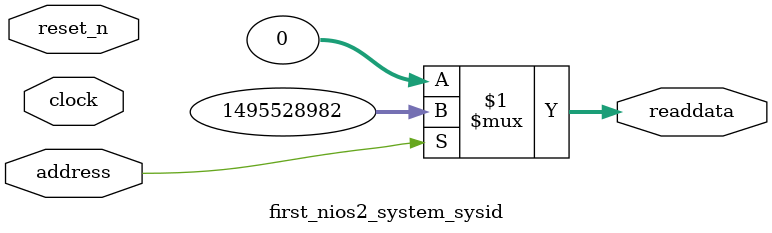
<source format=v>

`timescale 1ns / 1ps
// synthesis translate_on

// turn off superfluous verilog processor warnings 
// altera message_level Level1 
// altera message_off 10034 10035 10036 10037 10230 10240 10030 

module first_nios2_system_sysid (
               // inputs:
                address,
                clock,
                reset_n,

               // outputs:
                readdata
             )
;

  output  [ 31: 0] readdata;
  input            address;
  input            clock;
  input            reset_n;

  wire    [ 31: 0] readdata;
  //control_slave, which is an e_avalon_slave
  assign readdata = address ? 1495528982 : 0;

endmodule




</source>
